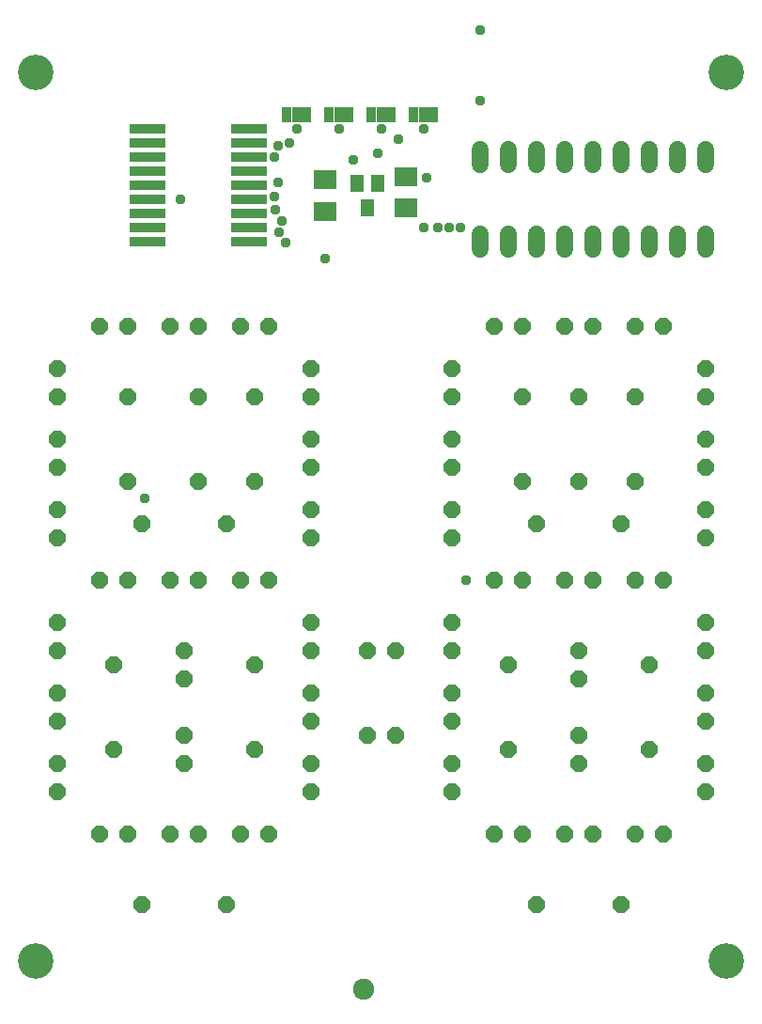
<source format=gbs>
G75*
%MOIN*%
%OFA0B0*%
%FSLAX25Y25*%
%IPPOS*%
%LPD*%
%AMOC8*
5,1,8,0,0,1.08239X$1,22.5*
%
%ADD10C,0.12611*%
%ADD11R,0.12800X0.03400*%
%ADD12OC8,0.06000*%
%ADD13R,0.03300X0.05800*%
%ADD14C,0.06000*%
%ADD15R,0.07887X0.07099*%
%ADD16R,0.04737X0.06312*%
%ADD17C,0.03778*%
%ADD18C,0.07550*%
D10*
X0019100Y0034100D03*
X0019100Y0349100D03*
X0264100Y0349100D03*
X0264100Y0034100D03*
D11*
X0094800Y0289100D03*
X0094650Y0294100D03*
X0094650Y0299100D03*
X0094650Y0304100D03*
X0094650Y0309100D03*
X0094650Y0314100D03*
X0094650Y0319100D03*
X0094650Y0324100D03*
X0094650Y0329100D03*
X0058550Y0329100D03*
X0058550Y0324100D03*
X0058550Y0319100D03*
X0058550Y0314100D03*
X0058550Y0309100D03*
X0058550Y0304100D03*
X0058550Y0299100D03*
X0058550Y0294100D03*
X0058550Y0289100D03*
D12*
X0051600Y0259100D03*
X0041600Y0259100D03*
X0026600Y0244100D03*
X0026600Y0234100D03*
X0026600Y0219100D03*
X0026600Y0209100D03*
X0026600Y0194100D03*
X0026600Y0184100D03*
X0041600Y0169100D03*
X0051600Y0169100D03*
X0066600Y0169100D03*
X0076600Y0169100D03*
X0091600Y0169100D03*
X0101600Y0169100D03*
X0086600Y0189100D03*
X0076600Y0204100D03*
X0096600Y0204100D03*
X0116600Y0209100D03*
X0116600Y0219100D03*
X0116600Y0234100D03*
X0116600Y0244100D03*
X0101600Y0259100D03*
X0091600Y0259100D03*
X0076600Y0259100D03*
X0066600Y0259100D03*
X0076600Y0234100D03*
X0096600Y0234100D03*
X0116600Y0194100D03*
X0116600Y0184100D03*
X0116600Y0154100D03*
X0116600Y0144100D03*
X0116600Y0129100D03*
X0116600Y0119100D03*
X0116600Y0104100D03*
X0116600Y0094100D03*
X0101600Y0079100D03*
X0091600Y0079100D03*
X0076600Y0079100D03*
X0066600Y0079100D03*
X0051600Y0079100D03*
X0041600Y0079100D03*
X0026600Y0094100D03*
X0026600Y0104100D03*
X0026600Y0119100D03*
X0026600Y0129100D03*
X0026600Y0144100D03*
X0026600Y0154100D03*
X0046600Y0139100D03*
X0046600Y0109100D03*
X0071600Y0104100D03*
X0071600Y0114100D03*
X0071600Y0134100D03*
X0071600Y0144100D03*
X0096600Y0139100D03*
X0096600Y0109100D03*
X0136600Y0114100D03*
X0146600Y0114100D03*
X0166600Y0119100D03*
X0166600Y0129100D03*
X0166600Y0144100D03*
X0166600Y0154100D03*
X0181600Y0169100D03*
X0191600Y0169100D03*
X0206600Y0169100D03*
X0216600Y0169100D03*
X0231600Y0169100D03*
X0241600Y0169100D03*
X0256600Y0154100D03*
X0256600Y0144100D03*
X0256600Y0129100D03*
X0256600Y0119100D03*
X0256600Y0104100D03*
X0256600Y0094100D03*
X0241600Y0079100D03*
X0231600Y0079100D03*
X0216600Y0079100D03*
X0206600Y0079100D03*
X0191600Y0079100D03*
X0181600Y0079100D03*
X0166600Y0094100D03*
X0166600Y0104100D03*
X0186600Y0109100D03*
X0186600Y0139100D03*
X0211600Y0134100D03*
X0211600Y0144100D03*
X0211600Y0114100D03*
X0211600Y0104100D03*
X0236600Y0109100D03*
X0236600Y0139100D03*
X0256600Y0184100D03*
X0256600Y0194100D03*
X0256600Y0209100D03*
X0256600Y0219100D03*
X0256600Y0234100D03*
X0256600Y0244100D03*
X0241600Y0259100D03*
X0231600Y0259100D03*
X0216600Y0259100D03*
X0206600Y0259100D03*
X0191600Y0259100D03*
X0181600Y0259100D03*
X0166600Y0244100D03*
X0166600Y0234100D03*
X0166600Y0219100D03*
X0166600Y0209100D03*
X0166600Y0194100D03*
X0166600Y0184100D03*
X0191600Y0204100D03*
X0196600Y0189100D03*
X0211600Y0204100D03*
X0226600Y0189100D03*
X0231600Y0204100D03*
X0231600Y0234100D03*
X0211600Y0234100D03*
X0191600Y0234100D03*
X0146600Y0144100D03*
X0136600Y0144100D03*
X0086600Y0054100D03*
X0056600Y0054100D03*
X0056600Y0189100D03*
X0051600Y0204100D03*
X0051600Y0234100D03*
X0196600Y0054100D03*
X0226600Y0054100D03*
D13*
X0160100Y0334100D03*
X0156600Y0334100D03*
X0153100Y0334100D03*
X0145100Y0334100D03*
X0141600Y0334100D03*
X0138100Y0334100D03*
X0130100Y0334100D03*
X0126600Y0334100D03*
X0123100Y0334100D03*
X0115100Y0334100D03*
X0111600Y0334100D03*
X0108100Y0334100D03*
D14*
X0176600Y0321700D02*
X0176600Y0316500D01*
X0186600Y0316500D02*
X0186600Y0321700D01*
X0196600Y0321700D02*
X0196600Y0316500D01*
X0206600Y0316500D02*
X0206600Y0321700D01*
X0216600Y0321700D02*
X0216600Y0316500D01*
X0226600Y0316500D02*
X0226600Y0321700D01*
X0236600Y0321700D02*
X0236600Y0316500D01*
X0246600Y0316500D02*
X0246600Y0321700D01*
X0256600Y0321700D02*
X0256600Y0316500D01*
X0256600Y0291700D02*
X0256600Y0286500D01*
X0246600Y0286500D02*
X0246600Y0291700D01*
X0236600Y0291700D02*
X0236600Y0286500D01*
X0226600Y0286500D02*
X0226600Y0291700D01*
X0216600Y0291700D02*
X0216600Y0286500D01*
X0206600Y0286500D02*
X0206600Y0291700D01*
X0196600Y0291700D02*
X0196600Y0286500D01*
X0186600Y0286500D02*
X0186600Y0291700D01*
X0176600Y0291700D02*
X0176600Y0286500D01*
D15*
X0150350Y0301088D03*
X0150350Y0312112D03*
X0121600Y0310862D03*
X0121600Y0299838D03*
D16*
X0132860Y0309681D03*
X0136600Y0301019D03*
X0140340Y0309681D03*
D17*
X0140350Y0320350D03*
X0141600Y0329100D03*
X0147850Y0325350D03*
X0156600Y0329100D03*
X0157850Y0311600D03*
X0156600Y0294100D03*
X0161600Y0294100D03*
X0165578Y0294100D03*
X0169556Y0294100D03*
X0176600Y0339100D03*
X0176600Y0364100D03*
X0131600Y0317850D03*
X0126600Y0329100D03*
X0111600Y0329100D03*
X0109100Y0324100D03*
X0105122Y0322850D03*
X0103811Y0318872D03*
X0105054Y0310054D03*
X0103818Y0305068D03*
X0104100Y0300350D03*
X0106332Y0296332D03*
X0105350Y0292354D03*
X0107596Y0288846D03*
X0121600Y0282850D03*
X0070350Y0304100D03*
X0057850Y0197850D03*
X0171600Y0169100D03*
D18*
X0135350Y0024100D03*
M02*

</source>
